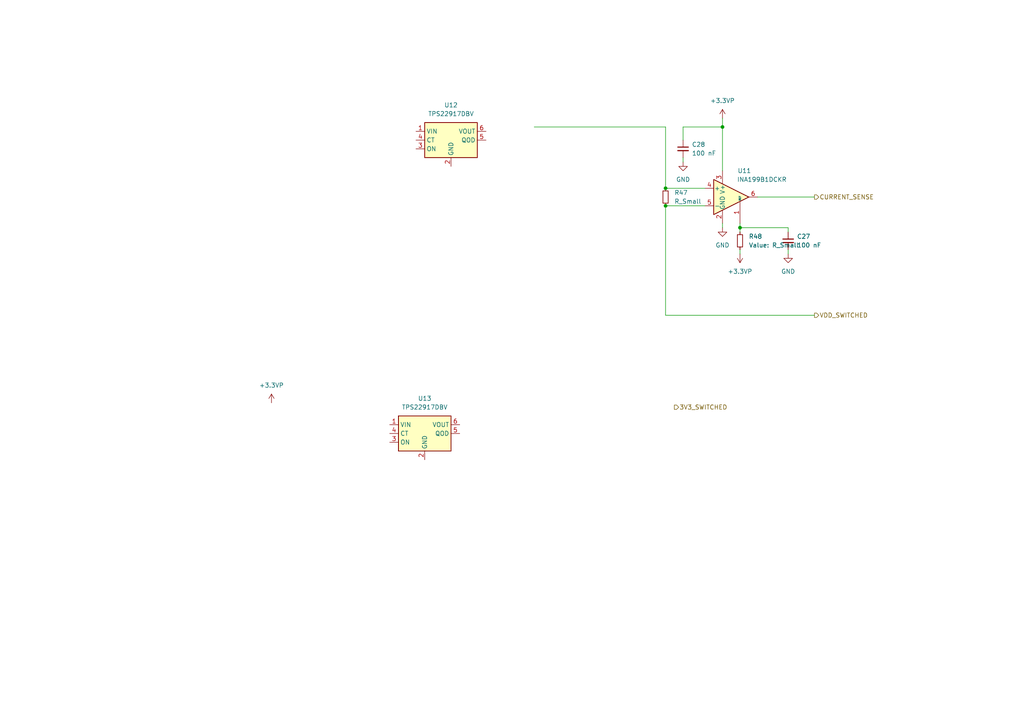
<source format=kicad_sch>
(kicad_sch (version 20230121) (generator eeschema)
  (paper "A4")
  (lib_symbols
    (symbol "Amplifier_Current:INA199xxDCK" (pin_names (offset 0.127))
      (property "Reference" "U" (at 3.81 3.81 0))
      (property "Value" "INA199xxDCK" (at 3.81 -2.54 0))
      (symbol "INA199xxDCK_0_1"
        (polyline (pts (xy 5.08 0) (xy -5.08 5.08) (xy -5.08 -5.08) (xy 5.08 0)) (stroke (width 0.254)) (fill (type background)))
      )
      (symbol "INA199xxDCK_1_1"
        (pin input line (at 2.54 -7.62 90) (length 6.35) (name "REF") (number "1"))
        (pin power_in line (at -2.54 -7.62 90) (length 3.81) (name "GND") (number "2"))
        (pin power_in line (at -2.54 7.62 270) (length 3.81) (name "V+") (number "3"))
        (pin input line (at -7.62 2.54 0) (length 2.54) (name "+") (number "4"))
        (pin input line (at -7.62 -2.54 0) (length 2.54) (name "-") (number "5"))
        (pin output line (at 7.62 0 180) (length 2.54) (name "~") (number "6"))
      )
    )
    (symbol "Device:C_Small" (pin_numbers hide) (pin_names (offset 0.254) hide)
      (property "Reference" "C" (at 0.254 1.778 0))
      (property "Value" "C_Small" (at 0.254 -2.032 0))
      (symbol "C_Small_0_1"
        (polyline (pts (xy -1.524 -0.508) (xy 1.524 -0.508)) (stroke (width 0.3302)))
        (polyline (pts (xy -1.524 0.508) (xy 1.524 0.508)) (stroke (width 0.3048)))
      )
      (symbol "C_Small_1_1"
        (pin passive line (at 0 2.54 270) (length 2.032) (name "~") (number "1"))
        (pin passive line (at 0 -2.54 90) (length 2.032) (name "~") (number "2"))
      )
    )
    (symbol "Device:R_Small" (pin_numbers hide) (pin_names (offset 0.254) hide)
      (property "Reference" "R" (at 0.762 0.508 0))
      (property "Value" "R_Small" (at 0.762 -1.016 0))
      (symbol "R_Small_0_1"
        (rectangle (start -0.762 1.778) (end 0.762 -1.778) (stroke (width 0.2032)))
      )
      (symbol "R_Small_1_1"
        (pin passive line (at 0 2.54 270) (length 0.762) (name "~") (number "1"))
        (pin passive line (at 0 -2.54 90) (length 0.762) (name "~") (number "2"))
      )
    )
    (symbol "Power_Management:TPS22917DBV"
      (property "Reference" "U" (at -6.35 6.35 0))
      (property "Value" "TPS22917DBV" (at 2.54 6.35 0))
      (symbol "TPS22917DBV_0_1"
        (rectangle (start -7.62 5.08) (end 7.62 -5.08) (stroke (width 0.254)) (fill (type background)))
      )
      (symbol "TPS22917DBV_1_1"
        (pin power_in line (at -10.16 2.54 0) (length 2.54) (name "VIN") (number "1"))
        (pin power_in line (at 0 -7.62 90) (length 2.54) (name "GND") (number "2"))
        (pin input line (at -10.16 -2.54 0) (length 2.54) (name "ON") (number "3"))
        (pin output line (at -10.16 0 0) (length 2.54) (name "CT") (number "4"))
        (pin open_collector line (at 10.16 0 180) (length 2.54) (name "QOD") (number "5"))
        (pin power_out line (at 10.16 2.54 180) (length 2.54) (name "VOUT") (number "6"))
      )
    )
    (symbol "power:+3.3VP" (power) (pin_names (offset 0))
      (property "Value" "+3.3VP" (at 0 2.54 0))
      (symbol "+3.3VP_0_0"
        (pin power_in line (at 0 0 90) (length 0) hide (name "+3.3VP") (number "1"))
      )
      (symbol "+3.3VP_0_1"
        (polyline (pts (xy -0.762 1.27) (xy 0 2.54)))
        (polyline (pts (xy 0 0) (xy 0 2.54)))
        (polyline (pts (xy 0 2.54) (xy 0.762 1.27)))
      )
    )
    (symbol "power:GND" (power) (pin_names (offset 0))
      (property "Value" "GND" (at 0 -3.81 0))
      (symbol "GND_0_1"
        (polyline (pts (xy 0 0) (xy 0 -1.27) (xy 1.27 -1.27) (xy 0 -2.54) (xy -1.27 -1.27) (xy 0 -1.27)))
      )
      (symbol "GND_1_1"
        (pin power_in line (at 0 0 270) (length 0) hide (name "GND") (number "1"))
      )
    )
  )
  (junction (at 214.63 66.04))
  (junction (at 209.55 36.83))
  (junction (at 193.04 59.69))
  (junction (at 193.04 54.61))
  (wire (pts (xy 209.55 36.83) (xy 209.55 49.53)))
  (wire (pts (xy 193.04 54.61) (xy 193.04 36.83)))
  (wire (pts (xy 209.55 34.29) (xy 209.55 36.83)))
  (wire (pts (xy 219.71 57.15) (xy 236.22 57.15)))
  (wire (pts (xy 193.04 91.44) (xy 193.04 59.69)))
  (wire (pts (xy 193.04 59.69) (xy 204.47 59.69)))
  (wire (pts (xy 198.12 36.83) (xy 198.12 40.64)))
  (wire (pts (xy 214.63 72.39) (xy 214.63 73.66)))
  (wire (pts (xy 193.04 54.61) (xy 204.47 54.61)))
  (wire (pts (xy 214.63 66.04) (xy 214.63 67.31)))
  (wire (pts (xy 228.6 72.39) (xy 228.6 73.66)))
  (wire (pts (xy 209.55 36.83) (xy 198.12 36.83)))
  (wire (pts (xy 209.55 64.77) (xy 209.55 66.04)))
  (wire (pts (xy 154.94 36.83) (xy 193.04 36.83)))
  (wire (pts (xy 228.6 66.04) (xy 228.6 67.31)))
  (wire (pts (xy 198.12 45.72) (xy 198.12 46.99)))
  (wire (pts (xy 193.04 91.44) (xy 236.22 91.44)))
  (wire (pts (xy 214.63 66.04) (xy 228.6 66.04)))
  (wire (pts (xy 214.63 64.77) (xy 214.63 66.04)))
  (hierarchical_label "CURRENT_SENSE" (shape output) (at 236.22 57.15 0))
  (hierarchical_label "VDD_SWITCHED" (shape output) (at 236.22 91.44 0))
  (hierarchical_label "3V3_SWITCHED" (shape output) (at 195.58 118.11 0))
  (symbol (lib_id "Device:C_Small") (at 198.12 43.18 0) (unit 1)
    (property "Reference" "C28" (at 200.66 41.9163 0) (effects (justify left)))
    (property "Value" "100 nF" (at 200.66 44.4563 0) (effects (justify left)))
  )
  (symbol (lib_id "power:GND") (at 209.55 66.04 0) (unit 1)
    (property "Reference" "#PWR066" (effects hide))
    (property "Value" "GND" (at 209.55 71.12 0))
  )
  (symbol (lib_id "power:GND") (at 198.12 46.99 0) (unit 1)
    (property "Reference" "#PWR068" (effects hide))
    (property "Value" "GND" (at 198.12 52.07 0))
  )
  (symbol (lib_id "power:+3.3VP") (at 214.63 73.66 180) (unit 1)
    (property "Reference" "#PWR016" (effects hide))
    (property "Value" "+3.3VP" (at 214.63 78.74 0))
    (instances (project "bias_controller" (path "" (reference "#PWR016") (unit 1)) (path "" (reference "#PWR031") (unit 1)) (path "" (reference "#PWR064") (unit 1))))
  )
  (symbol (lib_id "Device:R_Small") (at 193.04 57.15 0) (unit 1)
    (property "Reference" "R47" (at 195.58 55.88 0) (effects (justify left)))
    (property "Value" "R_Small" (at 195.58 58.42 0) (effects (justify left)))
  )
  (symbol (lib_id "power:+3.3VP") (at 209.55 34.29 0) (unit 1)
    (property "Reference" "#PWR016" (effects hide))
    (property "Value" "+3.3VP" (at 209.55 29.21 0))
    (instances (project "bias_controller" (path "" (reference "#PWR016") (unit 1)) (path "" (reference "#PWR031") (unit 1)) (path "" (reference "#PWR065") (unit 1))))
  )
  (symbol (lib_id "power:GND") (at 228.6 73.66 0) (unit 1)
    (property "Reference" "#PWR067" (effects hide))
    (property "Value" "GND" (at 228.6 78.74 0))
  )
  (symbol (lib_id "Amplifier_Current:INA199xxDCK") (at 212.09 57.15 0) (unit 1)
    (property "Reference" "U11" (at 215.9 49.53 0))
    (property "Value" "INA199B1DCKR" (at 220.98 52.07 0))
    (property "Footprint" "Package_TO_SOT_SMD:SOT-363_SC-70-6" (effects hide))
    (property "Datasheet" "http://www.ti.com/lit/ds/symlink/ina199.pdf" (effects hide))
  )
  (symbol (lib_id "Power_Management:TPS22917DBV") (at 123.19 125.73 0) (unit 1)
    (property "Reference" "U13" (at 123.19 115.57 0))
    (property "Value" "TPS22917DBV" (at 123.19 118.11 0))
    (property "Footprint" "Package_TO_SOT_SMD:SOT-23-6" (effects hide))
    (property "Datasheet" "http://www.ti.com/lit/ds/symlink/tps22917.pdf" (effects hide))
  )
  (symbol (lib_id "Power_Management:TPS22917DBV") (at 130.81 40.64 0) (unit 1)
    (property "Reference" "U12" (at 130.81 30.48 0))
    (property "Value" "TPS22917DBV" (at 130.81 33.02 0))
    (property "Footprint" "Package_TO_SOT_SMD:SOT-23-6" (effects hide))
    (property "Datasheet" "http://www.ti.com/lit/ds/symlink/tps22917.pdf" (effects hide))
  )
  (symbol (lib_id "Device:R_Small") (at 214.63 69.85 0) (unit 1)
    (property "Reference" "R48" (at 217.17 68.58 0) (effects (justify left)))
    (property "Value" "R_Small" (at 217.17 71.12 0) (show_name) (effects (justify left)))
  )
  (symbol (lib_id "power:+3.3VP") (at 78.74 116.84 0) (unit 1)
    (property "Reference" "#PWR016" (effects hide))
    (property "Value" "+3.3VP" (at 78.74 111.76 0))
    (instances (project "bias_controller" (path "" (reference "#PWR016") (unit 1)) (path "" (reference "#PWR031") (unit 1)) (path "" (reference "#PWR069") (unit 1))))
  )
  (symbol (lib_id "Device:C_Small") (at 228.6 69.85 0) (unit 1)
    (property "Reference" "C27" (at 231.14 68.5863 0) (effects (justify left)))
    (property "Value" "100 nF" (at 231.14 71.1263 0) (effects (justify left)))
  )
)
</source>
